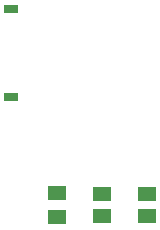
<source format=gtp>
G75*
%MOIN*%
%OFA0B0*%
%FSLAX24Y24*%
%IPPOS*%
%LPD*%
%AMOC8*
5,1,8,0,0,1.08239X$1,22.5*
%
%ADD10R,0.0500X0.0250*%
%ADD11R,0.0630X0.0512*%
D10*
X004653Y010191D03*
X004653Y013143D03*
D11*
X006168Y006206D03*
X006168Y006994D03*
X007668Y006974D03*
X007668Y006226D03*
X009168Y006226D03*
X009168Y006974D03*
M02*

</source>
